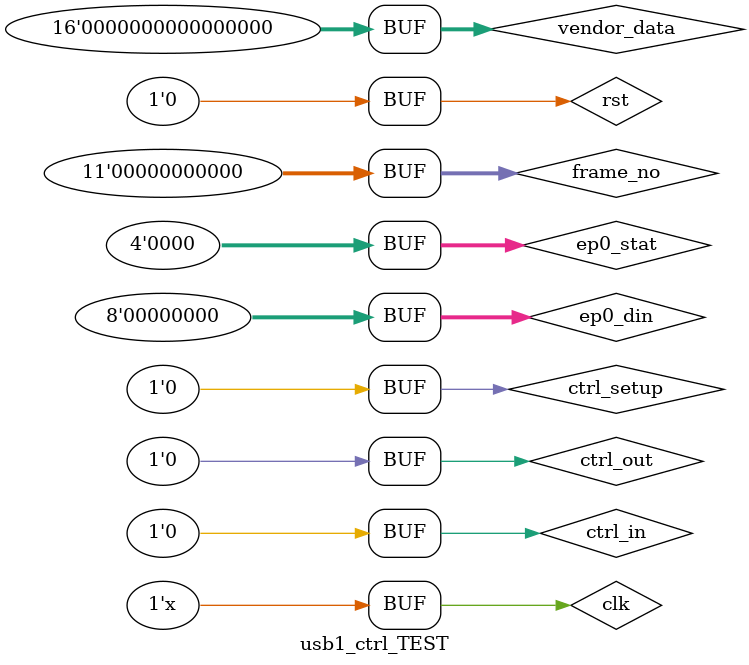
<source format=v>
`timescale 1ns / 1ps


module usb1_ctrl_TEST;

	// Inputs
	reg clk;
	reg rst;
	reg ctrl_setup;
	reg ctrl_in;
	reg ctrl_out;
	reg [7:0] ep0_din;
	reg [3:0] ep0_stat;
	reg [10:0] frame_no;
	reg [15:0] vendor_data;

	// Outputs
	wire [7:0] ep0_dout;
	wire ep0_re;
	wire ep0_we;
	wire [7:0] ep0_size;
	wire send_stall;
	wire [6:0] funct_adr;
	wire configured;
	wire halt;
	wire v_set_int;
	wire v_set_feature;
	wire [15:0] wValue;
	wire [15:0] wIndex;

	// Instantiate the Unit Under Test (UUT)
	usb1_ctrl uut (
		.clk(clk), 
		.rst(rst), 
		.ctrl_setup(ctrl_setup), 
		.ctrl_in(ctrl_in), 
		.ctrl_out(ctrl_out), 
		.ep0_din(ep0_din), 
		.ep0_dout(ep0_dout), 
		.ep0_re(ep0_re), 
		.ep0_we(ep0_we), 
		.ep0_stat(ep0_stat), 
		.ep0_size(ep0_size), 
		.send_stall(send_stall), 
		.frame_no(frame_no), 
		.funct_adr(funct_adr), 
		.configured(configured), 
		.halt(halt), 
		.v_set_int(v_set_int), 
		.v_set_feature(v_set_feature), 
		.wValue(wValue), 
		.wIndex(wIndex), 
		.vendor_data(vendor_data)
	);

	initial begin
		// Initialize Inputs
		clk = 0;
		rst = 0;
		ctrl_setup = 0;
		ctrl_in = 0;
		ctrl_out = 0;
		ep0_din = 8'b0000_0000;
		ep0_stat = 4'b0000;
		frame_no = 11'b0000_0000_000;
		vendor_data = 16'b0000_0000_0000_0000;

		// Wait 100 ns for global reset to finish
		#100;
        
		// Add stimulus here
		//************************************//
		#10;
		rst = 0;
		ctrl_setup = 0;
		ctrl_in = 1;
		ctrl_out = 0;
		ep0_din = 8'b1111_1100;
		ep0_stat = 4'b0000;
		frame_no = 11'b0000_0000_000;
		vendor_data = 16'b0000_0000_0000_0000;
		//************************************//
		#10;
		rst = 0;
		ctrl_setup = 0;
		ctrl_in = 0;
		ctrl_out = 0;
		ep0_din = 8'b0000_0000;
		ep0_stat = 4'b0000;
		frame_no = 11'b0000_0000_000;
		vendor_data = 16'b0000_0000_0000_0000;
		//************************************//
		#10;
		rst = 0;
		ctrl_setup = 0;
		ctrl_in = 0;
		ctrl_out = 1;
		ep0_din = 8'b0000_0000;
		ep0_stat = 4'b0000;
		frame_no = 11'b0000_0000_000;
		vendor_data = 16'b0000_0000_0000_0000;
		//************************************//
		#10;
		rst = 0;
		ctrl_setup = 0;
		ctrl_in = 0;
		ctrl_out = 0;
		ep0_din = 8'b0000_0000;
		ep0_stat = 4'b0000;
		frame_no = 11'b0000_0000_000;
		vendor_data = 16'b0000_0000_0000_0000;
		//************************************//
		#10;
		rst = 0;
		ctrl_setup = 0;
		ctrl_in = 0;
		ctrl_out = 0;
		ep0_din = 8'b0000_0000;
		ep0_stat = 4'b0000;
		frame_no = 11'b0000_0000_000;
		vendor_data = 16'b0000_0000_0000_0000;
		//************************************//
	end
	always begin
		#5 clk = ~clk;
	end
endmodule


</source>
